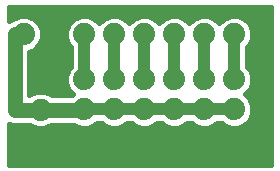
<source format=gbl>
G75*
G70*
%OFA0B0*%
%FSLAX24Y24*%
%IPPOS*%
%LPD*%
%AMOC8*
5,1,8,0,0,1.08239X$1,22.5*
%
%ADD10C,0.0740*%
%ADD11C,0.0400*%
%ADD12C,0.0500*%
%ADD13C,0.0160*%
D10*
X003084Y001419D03*
X004084Y001419D03*
X005084Y001419D03*
X006084Y001419D03*
X007084Y001419D03*
X008084Y001419D03*
X008084Y002419D03*
X007084Y002419D03*
X006084Y002419D03*
X005084Y002419D03*
X004084Y002419D03*
X003084Y002419D03*
X003084Y003419D03*
X004084Y003419D03*
X005084Y003419D03*
X006084Y003419D03*
X007084Y003419D03*
X008084Y003419D03*
X008084Y004919D03*
X007084Y004919D03*
X006084Y004919D03*
X005084Y004919D03*
X004084Y004919D03*
X003084Y004919D03*
X002069Y004927D03*
X001069Y004927D03*
X001635Y003399D03*
X001635Y002399D03*
D11*
X003084Y002419D02*
X004084Y002419D01*
X005084Y002419D01*
X006084Y002419D01*
X007084Y002419D01*
X008084Y002419D01*
X008084Y003419D02*
X008084Y004919D01*
X007084Y004919D02*
X007084Y003419D01*
X006084Y003419D02*
X006084Y004919D01*
X005084Y004919D02*
X005084Y003419D01*
X004084Y003419D02*
X004084Y004919D01*
X003084Y004919D02*
X003084Y003419D01*
D12*
X003084Y002419D02*
X003084Y002399D01*
X001635Y002399D01*
X001635Y002383D01*
X000769Y002383D01*
X000769Y004927D01*
X001069Y004927D01*
D13*
X000580Y001931D02*
X000580Y000580D01*
X009305Y000580D01*
X009305Y005840D01*
X000580Y005840D01*
X000580Y005379D01*
X000672Y005417D01*
X000696Y005417D01*
X000723Y005444D01*
X000947Y005537D01*
X001190Y005537D01*
X001414Y005444D01*
X001586Y005272D01*
X001679Y005048D01*
X001679Y004805D01*
X001586Y004581D01*
X001414Y004410D01*
X001259Y004346D01*
X001259Y002886D01*
X001290Y002916D01*
X001514Y003009D01*
X001757Y003009D01*
X001981Y002916D01*
X002008Y002889D01*
X002692Y002889D01*
X002722Y002919D01*
X002567Y003073D01*
X002474Y003298D01*
X002474Y003540D01*
X002567Y003764D01*
X002644Y003842D01*
X002644Y004496D01*
X002567Y004573D01*
X002474Y004798D01*
X002474Y005040D01*
X002567Y005264D01*
X002739Y005436D01*
X002963Y005529D01*
X003206Y005529D01*
X003430Y005436D01*
X003584Y005282D01*
X003739Y005436D01*
X003963Y005529D01*
X004206Y005529D01*
X004430Y005436D01*
X004584Y005282D01*
X004739Y005436D01*
X004963Y005529D01*
X005206Y005529D01*
X005430Y005436D01*
X005584Y005282D01*
X005739Y005436D01*
X005963Y005529D01*
X006206Y005529D01*
X006430Y005436D01*
X006584Y005282D01*
X006739Y005436D01*
X006963Y005529D01*
X007206Y005529D01*
X007430Y005436D01*
X007584Y005282D01*
X007739Y005436D01*
X007963Y005529D01*
X008206Y005529D01*
X008430Y005436D01*
X008601Y005264D01*
X008694Y005040D01*
X008694Y004798D01*
X008601Y004573D01*
X008524Y004496D01*
X008524Y003842D01*
X008601Y003764D01*
X008694Y003540D01*
X008694Y003298D01*
X008601Y003073D01*
X008447Y002919D01*
X008601Y002764D01*
X008694Y002540D01*
X008694Y002298D01*
X008601Y002073D01*
X008430Y001902D01*
X008206Y001809D01*
X007963Y001809D01*
X007739Y001902D01*
X007662Y001979D01*
X007507Y001979D01*
X007430Y001902D01*
X007206Y001809D01*
X006963Y001809D01*
X006739Y001902D01*
X006662Y001979D01*
X006507Y001979D01*
X006430Y001902D01*
X006206Y001809D01*
X005963Y001809D01*
X005739Y001902D01*
X005662Y001979D01*
X005507Y001979D01*
X005430Y001902D01*
X005206Y001809D01*
X004963Y001809D01*
X004739Y001902D01*
X004662Y001979D01*
X004507Y001979D01*
X004430Y001902D01*
X004206Y001809D01*
X003963Y001809D01*
X003739Y001902D01*
X003662Y001979D01*
X003507Y001979D01*
X003430Y001902D01*
X003206Y001809D01*
X002963Y001809D01*
X002739Y001902D01*
X002731Y001909D01*
X002008Y001909D01*
X001981Y001882D01*
X001757Y001789D01*
X001514Y001789D01*
X001290Y001882D01*
X001279Y001893D01*
X000672Y001893D01*
X000580Y001931D01*
X000580Y001920D02*
X000607Y001920D01*
X000580Y001762D02*
X009305Y001762D01*
X009305Y001603D02*
X000580Y001603D01*
X000580Y001445D02*
X009305Y001445D01*
X009305Y001286D02*
X000580Y001286D01*
X000580Y001128D02*
X009305Y001128D01*
X009305Y000969D02*
X000580Y000969D01*
X000580Y000811D02*
X009305Y000811D01*
X009305Y000652D02*
X000580Y000652D01*
X003448Y001920D02*
X003720Y001920D01*
X004448Y001920D02*
X004720Y001920D01*
X005448Y001920D02*
X005720Y001920D01*
X006448Y001920D02*
X006720Y001920D01*
X007448Y001920D02*
X007720Y001920D01*
X008448Y001920D02*
X009305Y001920D01*
X009305Y002079D02*
X008604Y002079D01*
X008669Y002237D02*
X009305Y002237D01*
X009305Y002396D02*
X008694Y002396D01*
X008688Y002554D02*
X009305Y002554D01*
X009305Y002713D02*
X008623Y002713D01*
X008495Y002871D02*
X009305Y002871D01*
X009305Y003030D02*
X008558Y003030D01*
X008649Y003188D02*
X009305Y003188D01*
X009305Y003347D02*
X008694Y003347D01*
X008694Y003505D02*
X009305Y003505D01*
X009305Y003664D02*
X008643Y003664D01*
X008544Y003822D02*
X009305Y003822D01*
X009305Y003981D02*
X008524Y003981D01*
X008524Y004139D02*
X009305Y004139D01*
X009305Y004298D02*
X008524Y004298D01*
X008524Y004456D02*
X009305Y004456D01*
X009305Y004615D02*
X008619Y004615D01*
X008684Y004773D02*
X009305Y004773D01*
X009305Y004932D02*
X008694Y004932D01*
X008674Y005090D02*
X009305Y005090D01*
X009305Y005249D02*
X008608Y005249D01*
X008459Y005407D02*
X009305Y005407D01*
X009305Y005566D02*
X000580Y005566D01*
X000580Y005724D02*
X009305Y005724D01*
X007710Y005407D02*
X007459Y005407D01*
X006710Y005407D02*
X006459Y005407D01*
X005710Y005407D02*
X005459Y005407D01*
X004710Y005407D02*
X004459Y005407D01*
X003710Y005407D02*
X003459Y005407D01*
X002710Y005407D02*
X001451Y005407D01*
X001595Y005249D02*
X002561Y005249D01*
X002495Y005090D02*
X001661Y005090D01*
X001679Y004932D02*
X002474Y004932D01*
X002484Y004773D02*
X001665Y004773D01*
X001600Y004615D02*
X002550Y004615D01*
X002644Y004456D02*
X001461Y004456D01*
X001259Y004298D02*
X002644Y004298D01*
X002644Y004139D02*
X001259Y004139D01*
X001259Y003981D02*
X002644Y003981D01*
X002625Y003822D02*
X001259Y003822D01*
X001259Y003664D02*
X002525Y003664D01*
X002474Y003505D02*
X001259Y003505D01*
X001259Y003347D02*
X002474Y003347D01*
X002520Y003188D02*
X001259Y003188D01*
X001259Y003030D02*
X002611Y003030D01*
X000649Y005407D02*
X000580Y005407D01*
M02*

</source>
